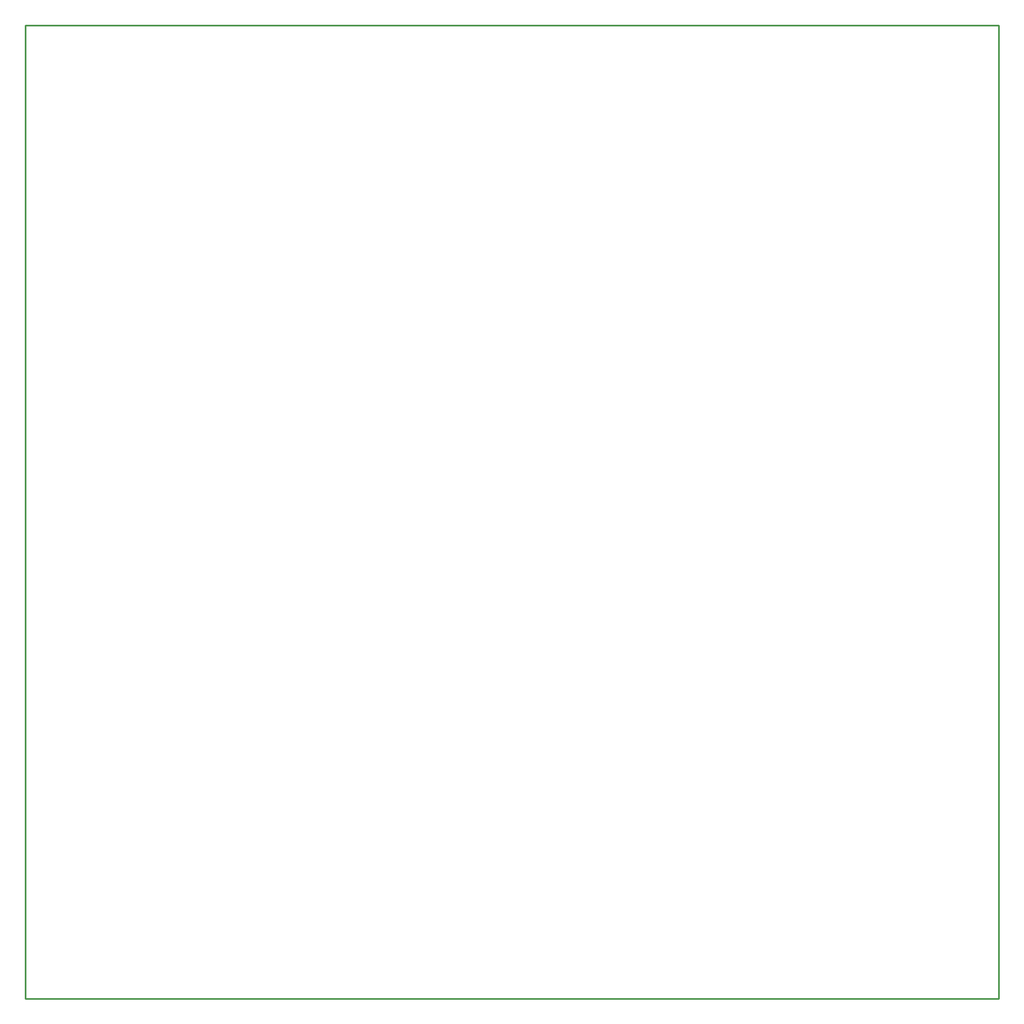
<source format=gko>
G04*
G04 #@! TF.GenerationSoftware,Altium Limited,Altium Designer,21.0.8 (223)*
G04*
G04 Layer_Color=16711935*
%FSTAX24Y24*%
%MOIN*%
G70*
G04*
G04 #@! TF.SameCoordinates,8A4C6F49-4F26-47D5-9FDB-2FD25450CC73*
G04*
G04*
G04 #@! TF.FilePolarity,Positive*
G04*
G01*
G75*
%ADD16C,0.0100*%
D16*
X0021Y00835D02*
X06105D01*
X0021Y0673D02*
X06105D01*
Y00835D02*
Y0673D01*
X0021Y00835D02*
Y0673D01*
M02*

</source>
